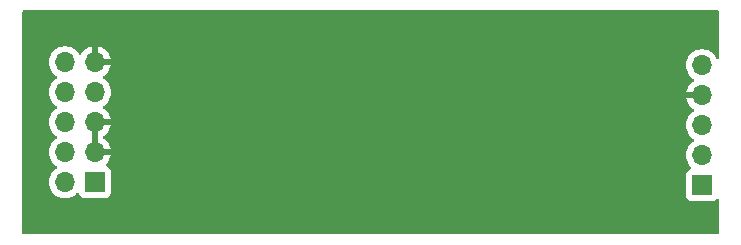
<source format=gbr>
%TF.GenerationSoftware,KiCad,Pcbnew,(7.0.0)*%
%TF.CreationDate,2023-08-02T20:08:49-07:00*%
%TF.ProjectId,SWD_to_v4WF_Cable,5357445f-746f-45f7-9634-57465f436162,rev?*%
%TF.SameCoordinates,Original*%
%TF.FileFunction,Copper,L2,Bot*%
%TF.FilePolarity,Positive*%
%FSLAX46Y46*%
G04 Gerber Fmt 4.6, Leading zero omitted, Abs format (unit mm)*
G04 Created by KiCad (PCBNEW (7.0.0)) date 2023-08-02 20:08:49*
%MOMM*%
%LPD*%
G01*
G04 APERTURE LIST*
%TA.AperFunction,ComponentPad*%
%ADD10R,1.700000X1.700000*%
%TD*%
%TA.AperFunction,ComponentPad*%
%ADD11O,1.700000X1.700000*%
%TD*%
%TA.AperFunction,ViaPad*%
%ADD12C,0.800000*%
%TD*%
G04 APERTURE END LIST*
D10*
%TO.P,J1,1,Pin_1*%
%TO.N,/SWDCLK*%
X183639999Y-64679999D03*
D11*
%TO.P,J1,2,Pin_2*%
%TO.N,/SWDIO*%
X183639999Y-62139999D03*
%TO.P,J1,3,Pin_3*%
%TO.N,+1V8*%
X183639999Y-59599999D03*
%TO.P,J1,4,Pin_4*%
%TO.N,GND*%
X183639999Y-57059999D03*
%TO.P,J1,5,Pin_5*%
%TO.N,/nRST*%
X183639999Y-54519999D03*
%TD*%
D10*
%TO.P,J2,1,Pin_1*%
%TO.N,+1V8*%
X132249999Y-64424999D03*
D11*
%TO.P,J2,2,Pin_2*%
%TO.N,/SWDIO*%
X129709999Y-64424999D03*
%TO.P,J2,3,Pin_3*%
%TO.N,GND*%
X132249999Y-61884999D03*
%TO.P,J2,4,Pin_4*%
%TO.N,/SWDCLK*%
X129709999Y-61884999D03*
%TO.P,J2,5,Pin_5*%
%TO.N,GND*%
X132249999Y-59344999D03*
%TO.P,J2,6,Pin_6*%
%TO.N,unconnected-(J2-Pin_6-Pad6)*%
X129709999Y-59344999D03*
%TO.P,J2,7,Pin_7*%
%TO.N,unconnected-(J2-Pin_7-Pad7)*%
X132249999Y-56804999D03*
%TO.P,J2,8,Pin_8*%
%TO.N,unconnected-(J2-Pin_8-Pad8)*%
X129709999Y-56804999D03*
%TO.P,J2,9,Pin_9*%
%TO.N,GND*%
X132249999Y-54264999D03*
%TO.P,J2,10,Pin_10*%
%TO.N,/nRST*%
X129709999Y-54264999D03*
%TD*%
D12*
%TO.N,GND*%
X159600000Y-56625000D03*
%TD*%
%TA.AperFunction,Conductor*%
%TO.N,GND*%
G36*
X185037000Y-49866881D02*
G01*
X185083119Y-49913000D01*
X185100000Y-49976000D01*
X185100000Y-53865626D01*
X185081704Y-53931016D01*
X185032129Y-53977416D01*
X184965673Y-53991351D01*
X184901635Y-53968773D01*
X184858613Y-53916240D01*
X184840956Y-53875987D01*
X184840954Y-53875985D01*
X184838860Y-53871209D01*
X184715722Y-53682732D01*
X184645083Y-53605998D01*
X184566772Y-53520930D01*
X184566767Y-53520925D01*
X184563240Y-53517094D01*
X184385576Y-53378811D01*
X184380997Y-53376333D01*
X184380994Y-53376331D01*
X184192159Y-53274139D01*
X184192156Y-53274137D01*
X184187574Y-53271658D01*
X184182650Y-53269967D01*
X184182642Y-53269964D01*
X183979565Y-53200248D01*
X183979559Y-53200246D01*
X183974635Y-53198556D01*
X183969498Y-53197698D01*
X183969495Y-53197698D01*
X183757706Y-53162357D01*
X183757703Y-53162356D01*
X183752569Y-53161500D01*
X183527431Y-53161500D01*
X183522297Y-53162356D01*
X183522293Y-53162357D01*
X183310504Y-53197698D01*
X183310498Y-53197699D01*
X183305365Y-53198556D01*
X183300443Y-53200245D01*
X183300434Y-53200248D01*
X183097357Y-53269964D01*
X183097344Y-53269969D01*
X183092426Y-53271658D01*
X183087847Y-53274135D01*
X183087840Y-53274139D01*
X182899005Y-53376331D01*
X182898997Y-53376336D01*
X182894424Y-53378811D01*
X182890313Y-53382010D01*
X182890311Y-53382012D01*
X182720878Y-53513888D01*
X182720872Y-53513893D01*
X182716760Y-53517094D01*
X182713237Y-53520919D01*
X182713227Y-53520930D01*
X182567806Y-53678899D01*
X182567802Y-53678902D01*
X182564278Y-53682732D01*
X182561430Y-53687090D01*
X182561427Y-53687095D01*
X182443992Y-53866843D01*
X182441140Y-53871209D01*
X182439048Y-53875978D01*
X182439046Y-53875982D01*
X182352799Y-54072606D01*
X182352796Y-54072614D01*
X182350704Y-54077384D01*
X182295436Y-54295632D01*
X182295006Y-54300820D01*
X182295005Y-54300827D01*
X182282147Y-54456000D01*
X182276844Y-54520000D01*
X182277274Y-54525189D01*
X182292390Y-54707616D01*
X182295436Y-54744368D01*
X182350704Y-54962616D01*
X182352797Y-54967389D01*
X182352799Y-54967393D01*
X182413509Y-55105799D01*
X182441140Y-55168791D01*
X182564278Y-55357268D01*
X182567806Y-55361100D01*
X182713227Y-55519069D01*
X182713231Y-55519073D01*
X182716760Y-55522906D01*
X182894424Y-55661189D01*
X182899000Y-55663665D01*
X182899004Y-55663668D01*
X182905184Y-55667012D01*
X182928205Y-55679470D01*
X182976476Y-55725784D01*
X182994237Y-55790281D01*
X182976479Y-55854779D01*
X182928209Y-55901096D01*
X182899285Y-55916749D01*
X182890588Y-55922431D01*
X182721211Y-56054262D01*
X182713567Y-56061299D01*
X182568210Y-56219200D01*
X182561822Y-56227406D01*
X182444431Y-56407086D01*
X182439488Y-56416221D01*
X182353270Y-56612776D01*
X182349900Y-56622591D01*
X182306986Y-56792056D01*
X182306751Y-56803434D01*
X182317840Y-56806000D01*
X183768000Y-56806000D01*
X183831000Y-56822881D01*
X183877119Y-56869000D01*
X183894000Y-56932000D01*
X183894000Y-57188000D01*
X183877119Y-57251000D01*
X183831000Y-57297119D01*
X183768000Y-57314000D01*
X182317840Y-57314000D01*
X182306751Y-57316565D01*
X182306986Y-57327943D01*
X182349900Y-57497408D01*
X182353270Y-57507223D01*
X182439488Y-57703778D01*
X182444431Y-57712913D01*
X182561822Y-57892593D01*
X182568210Y-57900799D01*
X182713567Y-58058700D01*
X182721211Y-58065737D01*
X182890588Y-58197568D01*
X182899281Y-58203247D01*
X182928206Y-58218901D01*
X182976478Y-58265217D01*
X182994237Y-58329715D01*
X182976478Y-58394212D01*
X182928207Y-58440528D01*
X182916701Y-58446755D01*
X182899000Y-58456334D01*
X182898994Y-58456337D01*
X182894424Y-58458811D01*
X182890313Y-58462010D01*
X182890311Y-58462012D01*
X182720878Y-58593888D01*
X182720872Y-58593893D01*
X182716760Y-58597094D01*
X182713237Y-58600919D01*
X182713227Y-58600930D01*
X182567806Y-58758899D01*
X182567802Y-58758902D01*
X182564278Y-58762732D01*
X182561430Y-58767090D01*
X182561427Y-58767095D01*
X182443992Y-58946843D01*
X182441140Y-58951209D01*
X182439048Y-58955978D01*
X182439046Y-58955982D01*
X182352799Y-59152606D01*
X182352796Y-59152614D01*
X182350704Y-59157384D01*
X182295436Y-59375632D01*
X182295006Y-59380820D01*
X182295005Y-59380827D01*
X182279813Y-59564172D01*
X182276844Y-59600000D01*
X182277274Y-59605189D01*
X182292390Y-59787616D01*
X182295436Y-59824368D01*
X182350704Y-60042616D01*
X182352797Y-60047389D01*
X182352799Y-60047393D01*
X182413509Y-60185799D01*
X182441140Y-60248791D01*
X182564278Y-60437268D01*
X182611598Y-60488671D01*
X182713227Y-60599069D01*
X182713231Y-60599073D01*
X182716760Y-60602906D01*
X182894424Y-60741189D01*
X182927680Y-60759186D01*
X182975950Y-60805499D01*
X182993710Y-60869996D01*
X182975953Y-60934494D01*
X182927683Y-60980811D01*
X182899005Y-60996331D01*
X182898997Y-60996336D01*
X182894424Y-60998811D01*
X182890313Y-61002010D01*
X182890311Y-61002012D01*
X182720878Y-61133888D01*
X182720872Y-61133893D01*
X182716760Y-61137094D01*
X182713237Y-61140919D01*
X182713227Y-61140930D01*
X182567806Y-61298899D01*
X182567802Y-61298902D01*
X182564278Y-61302732D01*
X182561430Y-61307090D01*
X182561427Y-61307095D01*
X182443992Y-61486843D01*
X182441140Y-61491209D01*
X182439048Y-61495978D01*
X182439046Y-61495982D01*
X182352799Y-61692606D01*
X182352796Y-61692614D01*
X182350704Y-61697384D01*
X182295436Y-61915632D01*
X182295006Y-61920820D01*
X182295005Y-61920827D01*
X182282147Y-62076000D01*
X182276844Y-62140000D01*
X182277274Y-62145189D01*
X182292390Y-62327616D01*
X182295436Y-62364368D01*
X182350704Y-62582616D01*
X182352797Y-62587389D01*
X182352799Y-62587393D01*
X182413506Y-62725792D01*
X182441140Y-62788791D01*
X182564278Y-62977268D01*
X182659792Y-63081023D01*
X182707474Y-63132819D01*
X182736711Y-63186423D01*
X182737314Y-63247478D01*
X182709140Y-63301648D01*
X182658807Y-63336212D01*
X182552240Y-63375960D01*
X182552231Y-63375964D01*
X182543796Y-63379111D01*
X182536588Y-63384506D01*
X182536582Y-63384510D01*
X182433950Y-63461340D01*
X182433946Y-63461343D01*
X182426739Y-63466739D01*
X182421343Y-63473946D01*
X182421340Y-63473950D01*
X182344510Y-63576582D01*
X182344506Y-63576588D01*
X182339111Y-63583796D01*
X182335965Y-63592230D01*
X182335962Y-63592236D01*
X182290763Y-63713419D01*
X182290761Y-63713423D01*
X182288011Y-63720799D01*
X182287169Y-63728625D01*
X182287168Y-63728632D01*
X182282523Y-63771843D01*
X182281500Y-63781362D01*
X182281500Y-65578638D01*
X182281859Y-65581985D01*
X182281860Y-65581988D01*
X182287168Y-65631367D01*
X182287169Y-65631373D01*
X182288011Y-65639201D01*
X182290762Y-65646578D01*
X182290763Y-65646580D01*
X182335962Y-65767763D01*
X182335964Y-65767766D01*
X182339111Y-65776204D01*
X182344508Y-65783414D01*
X182344510Y-65783417D01*
X182418190Y-65881841D01*
X182426739Y-65893261D01*
X182543796Y-65980889D01*
X182680799Y-66031989D01*
X182741362Y-66038500D01*
X184535269Y-66038500D01*
X184538638Y-66038500D01*
X184599201Y-66031989D01*
X184736204Y-65980889D01*
X184853261Y-65893261D01*
X184865823Y-65876479D01*
X184873133Y-65866716D01*
X184921659Y-65827612D01*
X184982989Y-65816547D01*
X185042121Y-65836228D01*
X185084588Y-65881841D01*
X185100000Y-65942226D01*
X185100000Y-68724000D01*
X185083119Y-68787000D01*
X185037000Y-68833119D01*
X184974000Y-68850000D01*
X126226000Y-68850000D01*
X126163000Y-68833119D01*
X126116881Y-68787000D01*
X126100000Y-68724000D01*
X126100000Y-64425000D01*
X128346844Y-64425000D01*
X128365436Y-64649368D01*
X128420704Y-64867616D01*
X128511140Y-65073791D01*
X128634278Y-65262268D01*
X128637806Y-65266100D01*
X128783227Y-65424069D01*
X128783231Y-65424073D01*
X128786760Y-65427906D01*
X128964424Y-65566189D01*
X129162426Y-65673342D01*
X129167355Y-65675034D01*
X129167357Y-65675035D01*
X129268895Y-65709892D01*
X129375365Y-65746444D01*
X129597431Y-65783500D01*
X129817358Y-65783500D01*
X129822569Y-65783500D01*
X130044635Y-65746444D01*
X130257574Y-65673342D01*
X130455576Y-65566189D01*
X130633240Y-65427906D01*
X130676662Y-65380737D01*
X130694244Y-65361639D01*
X130747716Y-65327238D01*
X130811178Y-65323328D01*
X130868469Y-65350904D01*
X130905000Y-65402943D01*
X130945959Y-65512757D01*
X130945963Y-65512765D01*
X130949111Y-65521204D01*
X130954508Y-65528414D01*
X130954510Y-65528417D01*
X130994613Y-65581988D01*
X131036739Y-65638261D01*
X131153796Y-65725889D01*
X131290799Y-65776989D01*
X131351362Y-65783500D01*
X133145269Y-65783500D01*
X133148638Y-65783500D01*
X133209201Y-65776989D01*
X133346204Y-65725889D01*
X133463261Y-65638261D01*
X133550889Y-65521204D01*
X133601989Y-65384201D01*
X133608500Y-65323638D01*
X133608500Y-63526362D01*
X133601989Y-63465799D01*
X133550889Y-63328796D01*
X133545427Y-63321500D01*
X133469069Y-63219498D01*
X133463261Y-63211739D01*
X133429442Y-63186422D01*
X133353417Y-63129510D01*
X133353414Y-63129508D01*
X133346204Y-63124111D01*
X133337765Y-63120963D01*
X133337757Y-63120959D01*
X133230686Y-63081023D01*
X133180352Y-63046459D01*
X133152178Y-62992289D01*
X133152781Y-62931234D01*
X133182018Y-62877630D01*
X133321794Y-62725792D01*
X133328177Y-62717593D01*
X133445568Y-62537913D01*
X133450511Y-62528778D01*
X133536729Y-62332223D01*
X133540099Y-62322408D01*
X133583013Y-62152943D01*
X133583248Y-62141565D01*
X133572160Y-62139000D01*
X132122000Y-62139000D01*
X132059000Y-62122119D01*
X132012881Y-62076000D01*
X131996000Y-62013000D01*
X131996000Y-61614410D01*
X132504000Y-61614410D01*
X132507506Y-61627493D01*
X132520590Y-61631000D01*
X133572160Y-61631000D01*
X133583248Y-61628434D01*
X133583013Y-61617056D01*
X133540099Y-61447591D01*
X133536729Y-61437776D01*
X133450511Y-61241221D01*
X133445568Y-61232086D01*
X133328177Y-61052406D01*
X133321789Y-61044200D01*
X133176432Y-60886299D01*
X133168788Y-60879262D01*
X132999411Y-60747431D01*
X132990718Y-60741752D01*
X132961267Y-60725814D01*
X132912995Y-60679498D01*
X132895236Y-60615000D01*
X132912995Y-60550502D01*
X132961267Y-60504186D01*
X132990718Y-60488247D01*
X132999411Y-60482568D01*
X133168788Y-60350737D01*
X133176432Y-60343700D01*
X133321789Y-60185799D01*
X133328177Y-60177593D01*
X133445568Y-59997913D01*
X133450511Y-59988778D01*
X133536729Y-59792223D01*
X133540099Y-59782408D01*
X133583013Y-59612943D01*
X133583248Y-59601565D01*
X133572160Y-59599000D01*
X132520590Y-59599000D01*
X132507506Y-59602506D01*
X132504000Y-59615590D01*
X132504000Y-61614410D01*
X131996000Y-61614410D01*
X131996000Y-59217000D01*
X132012881Y-59154000D01*
X132059000Y-59107881D01*
X132122000Y-59091000D01*
X133572160Y-59091000D01*
X133583248Y-59088434D01*
X133583013Y-59077056D01*
X133540099Y-58907591D01*
X133536729Y-58897776D01*
X133450511Y-58701221D01*
X133445568Y-58692086D01*
X133328177Y-58512406D01*
X133321789Y-58504200D01*
X133176432Y-58346299D01*
X133168788Y-58339262D01*
X132999411Y-58207431D01*
X132990713Y-58201749D01*
X132961792Y-58186097D01*
X132913520Y-58139780D01*
X132895762Y-58075281D01*
X132913523Y-58010784D01*
X132961791Y-57964472D01*
X132995576Y-57946189D01*
X133173240Y-57807906D01*
X133325722Y-57642268D01*
X133448860Y-57453791D01*
X133539296Y-57247616D01*
X133594564Y-57029368D01*
X133613156Y-56805000D01*
X133594564Y-56580632D01*
X133539296Y-56362384D01*
X133448860Y-56156209D01*
X133325722Y-55967732D01*
X133264379Y-55901096D01*
X133176772Y-55805930D01*
X133176767Y-55805925D01*
X133173240Y-55802094D01*
X132995576Y-55663811D01*
X132991000Y-55661334D01*
X132990990Y-55661328D01*
X132961794Y-55645529D01*
X132913521Y-55599213D01*
X132895762Y-55534715D01*
X132913522Y-55470217D01*
X132961794Y-55423900D01*
X132990723Y-55408244D01*
X132999411Y-55402568D01*
X133168788Y-55270737D01*
X133176432Y-55263700D01*
X133321789Y-55105799D01*
X133328177Y-55097593D01*
X133445568Y-54917913D01*
X133450511Y-54908778D01*
X133536729Y-54712223D01*
X133540099Y-54702408D01*
X133583013Y-54532943D01*
X133583248Y-54521565D01*
X133572160Y-54519000D01*
X132122000Y-54519000D01*
X132059000Y-54502119D01*
X132012881Y-54456000D01*
X131996000Y-54393000D01*
X131996000Y-53994410D01*
X132504000Y-53994410D01*
X132507506Y-54007493D01*
X132520590Y-54011000D01*
X133572160Y-54011000D01*
X133583248Y-54008434D01*
X133583013Y-53997056D01*
X133540099Y-53827591D01*
X133536729Y-53817776D01*
X133450511Y-53621221D01*
X133445568Y-53612086D01*
X133328177Y-53432406D01*
X133321789Y-53424200D01*
X133176432Y-53266299D01*
X133168788Y-53259262D01*
X132999411Y-53127431D01*
X132990718Y-53121752D01*
X132801957Y-53019599D01*
X132792440Y-53015424D01*
X132589442Y-52945735D01*
X132579372Y-52943185D01*
X132517538Y-52932867D01*
X132506401Y-52933443D01*
X132504000Y-52944336D01*
X132504000Y-53994410D01*
X131996000Y-53994410D01*
X131996000Y-52944336D01*
X131993598Y-52933443D01*
X131982461Y-52932867D01*
X131920627Y-52943185D01*
X131910557Y-52945735D01*
X131707559Y-53015424D01*
X131698042Y-53019599D01*
X131509281Y-53121752D01*
X131500588Y-53127431D01*
X131331211Y-53259262D01*
X131323567Y-53266299D01*
X131178210Y-53424200D01*
X131171816Y-53432415D01*
X131085780Y-53564101D01*
X131040267Y-53605999D01*
X130980297Y-53621185D01*
X130920328Y-53605998D01*
X130874816Y-53564101D01*
X130785722Y-53427732D01*
X130724956Y-53361723D01*
X130636772Y-53265930D01*
X130636767Y-53265925D01*
X130633240Y-53262094D01*
X130455576Y-53123811D01*
X130450997Y-53121333D01*
X130450994Y-53121331D01*
X130262159Y-53019139D01*
X130262156Y-53019137D01*
X130257574Y-53016658D01*
X130252650Y-53014967D01*
X130252642Y-53014964D01*
X130049565Y-52945248D01*
X130049559Y-52945246D01*
X130044635Y-52943556D01*
X130039498Y-52942698D01*
X130039495Y-52942698D01*
X129827706Y-52907357D01*
X129827703Y-52907356D01*
X129822569Y-52906500D01*
X129597431Y-52906500D01*
X129592297Y-52907356D01*
X129592293Y-52907357D01*
X129380504Y-52942698D01*
X129380498Y-52942699D01*
X129375365Y-52943556D01*
X129370443Y-52945245D01*
X129370434Y-52945248D01*
X129167357Y-53014964D01*
X129167344Y-53014969D01*
X129162426Y-53016658D01*
X129157847Y-53019135D01*
X129157840Y-53019139D01*
X128969005Y-53121331D01*
X128968997Y-53121336D01*
X128964424Y-53123811D01*
X128960313Y-53127010D01*
X128960311Y-53127012D01*
X128790878Y-53258888D01*
X128790872Y-53258893D01*
X128786760Y-53262094D01*
X128783237Y-53265919D01*
X128783227Y-53265930D01*
X128637806Y-53423899D01*
X128637802Y-53423902D01*
X128634278Y-53427732D01*
X128631430Y-53432090D01*
X128631427Y-53432095D01*
X128513992Y-53611843D01*
X128511140Y-53616209D01*
X128509048Y-53620978D01*
X128509046Y-53620982D01*
X128422799Y-53817606D01*
X128422796Y-53817614D01*
X128420704Y-53822384D01*
X128419423Y-53827440D01*
X128419422Y-53827445D01*
X128377141Y-53994410D01*
X128365436Y-54040632D01*
X128365006Y-54045820D01*
X128365005Y-54045827D01*
X128361971Y-54082445D01*
X128346844Y-54265000D01*
X128347274Y-54270189D01*
X128357450Y-54393000D01*
X128365436Y-54489368D01*
X128420704Y-54707616D01*
X128422797Y-54712389D01*
X128422799Y-54712393D01*
X128439043Y-54749426D01*
X128511140Y-54913791D01*
X128634278Y-55102268D01*
X128637806Y-55106100D01*
X128783227Y-55264069D01*
X128783231Y-55264073D01*
X128786760Y-55267906D01*
X128964424Y-55406189D01*
X128997680Y-55424186D01*
X129045950Y-55470499D01*
X129063710Y-55534996D01*
X129045953Y-55599494D01*
X128997683Y-55645811D01*
X128969005Y-55661331D01*
X128968997Y-55661336D01*
X128964424Y-55663811D01*
X128960313Y-55667010D01*
X128960311Y-55667012D01*
X128790878Y-55798888D01*
X128790872Y-55798893D01*
X128786760Y-55802094D01*
X128783237Y-55805919D01*
X128783227Y-55805930D01*
X128637806Y-55963899D01*
X128637802Y-55963902D01*
X128634278Y-55967732D01*
X128631430Y-55972090D01*
X128631427Y-55972095D01*
X128545483Y-56103643D01*
X128511140Y-56156209D01*
X128509048Y-56160978D01*
X128509046Y-56160982D01*
X128422799Y-56357606D01*
X128422796Y-56357614D01*
X128420704Y-56362384D01*
X128419423Y-56367440D01*
X128419422Y-56367445D01*
X128366717Y-56575573D01*
X128365436Y-56580632D01*
X128365006Y-56585820D01*
X128365005Y-56585827D01*
X128362772Y-56612776D01*
X128346844Y-56805000D01*
X128347274Y-56810189D01*
X128357367Y-56932000D01*
X128365436Y-57029368D01*
X128420704Y-57247616D01*
X128422797Y-57252389D01*
X128422799Y-57252393D01*
X128455938Y-57327943D01*
X128511140Y-57453791D01*
X128634278Y-57642268D01*
X128637806Y-57646100D01*
X128783227Y-57804069D01*
X128783231Y-57804073D01*
X128786760Y-57807906D01*
X128964424Y-57946189D01*
X128969002Y-57948666D01*
X128969009Y-57948671D01*
X128997680Y-57964187D01*
X129045951Y-58010503D01*
X129063710Y-58075000D01*
X129045951Y-58139497D01*
X128997680Y-58185813D01*
X128969009Y-58201328D01*
X128968993Y-58201338D01*
X128964424Y-58203811D01*
X128960313Y-58207010D01*
X128960311Y-58207012D01*
X128790878Y-58338888D01*
X128790872Y-58338893D01*
X128786760Y-58342094D01*
X128783237Y-58345919D01*
X128783227Y-58345930D01*
X128637806Y-58503899D01*
X128637802Y-58503902D01*
X128634278Y-58507732D01*
X128631430Y-58512090D01*
X128631427Y-58512095D01*
X128513992Y-58691843D01*
X128511140Y-58696209D01*
X128509048Y-58700978D01*
X128509046Y-58700982D01*
X128422799Y-58897606D01*
X128422796Y-58897614D01*
X128420704Y-58902384D01*
X128419423Y-58907440D01*
X128419422Y-58907445D01*
X128376471Y-59077056D01*
X128365436Y-59120632D01*
X128365006Y-59125820D01*
X128365005Y-59125827D01*
X128347909Y-59332147D01*
X128346844Y-59345000D01*
X128365436Y-59569368D01*
X128420704Y-59787616D01*
X128422797Y-59792389D01*
X128422799Y-59792393D01*
X128439043Y-59829426D01*
X128511140Y-59993791D01*
X128634278Y-60182268D01*
X128637806Y-60186100D01*
X128783227Y-60344069D01*
X128783231Y-60344073D01*
X128786760Y-60347906D01*
X128964424Y-60486189D01*
X128969002Y-60488666D01*
X128969009Y-60488671D01*
X128997680Y-60504187D01*
X129045951Y-60550503D01*
X129063710Y-60615000D01*
X129045951Y-60679497D01*
X128997680Y-60725813D01*
X128969009Y-60741328D01*
X128968993Y-60741338D01*
X128964424Y-60743811D01*
X128960313Y-60747010D01*
X128960311Y-60747012D01*
X128790878Y-60878888D01*
X128790872Y-60878893D01*
X128786760Y-60882094D01*
X128783237Y-60885919D01*
X128783227Y-60885930D01*
X128637806Y-61043899D01*
X128637802Y-61043902D01*
X128634278Y-61047732D01*
X128631430Y-61052090D01*
X128631427Y-61052095D01*
X128513992Y-61231843D01*
X128511140Y-61236209D01*
X128509048Y-61240978D01*
X128509046Y-61240982D01*
X128422799Y-61437606D01*
X128422796Y-61437614D01*
X128420704Y-61442384D01*
X128419423Y-61447440D01*
X128419422Y-61447445D01*
X128377141Y-61614410D01*
X128365436Y-61660632D01*
X128365006Y-61665820D01*
X128365005Y-61665827D01*
X128361971Y-61702445D01*
X128346844Y-61885000D01*
X128347274Y-61890189D01*
X128357450Y-62013000D01*
X128365436Y-62109368D01*
X128420704Y-62327616D01*
X128422797Y-62332389D01*
X128422799Y-62332393D01*
X128439043Y-62369426D01*
X128511140Y-62533791D01*
X128634278Y-62722268D01*
X128637806Y-62726100D01*
X128783227Y-62884069D01*
X128783231Y-62884073D01*
X128786760Y-62887906D01*
X128964424Y-63026189D01*
X128969002Y-63028666D01*
X128969009Y-63028671D01*
X128997680Y-63044187D01*
X129045951Y-63090503D01*
X129063710Y-63155000D01*
X129045951Y-63219497D01*
X128997680Y-63265813D01*
X128969009Y-63281328D01*
X128968993Y-63281338D01*
X128964424Y-63283811D01*
X128960313Y-63287010D01*
X128960311Y-63287012D01*
X128790878Y-63418888D01*
X128790872Y-63418893D01*
X128786760Y-63422094D01*
X128783237Y-63425919D01*
X128783227Y-63425930D01*
X128637806Y-63583899D01*
X128637802Y-63583902D01*
X128634278Y-63587732D01*
X128631430Y-63592090D01*
X128631427Y-63592095D01*
X128513992Y-63771843D01*
X128511140Y-63776209D01*
X128509048Y-63780978D01*
X128509046Y-63780982D01*
X128422799Y-63977606D01*
X128422796Y-63977614D01*
X128420704Y-63982384D01*
X128365436Y-64200632D01*
X128365006Y-64205820D01*
X128365005Y-64205827D01*
X128347909Y-64412147D01*
X128346844Y-64425000D01*
X126100000Y-64425000D01*
X126100000Y-49976000D01*
X126116881Y-49913000D01*
X126163000Y-49866881D01*
X126226000Y-49850000D01*
X184974000Y-49850000D01*
X185037000Y-49866881D01*
G37*
%TD.AperFunction*%
%TD*%
M02*

</source>
